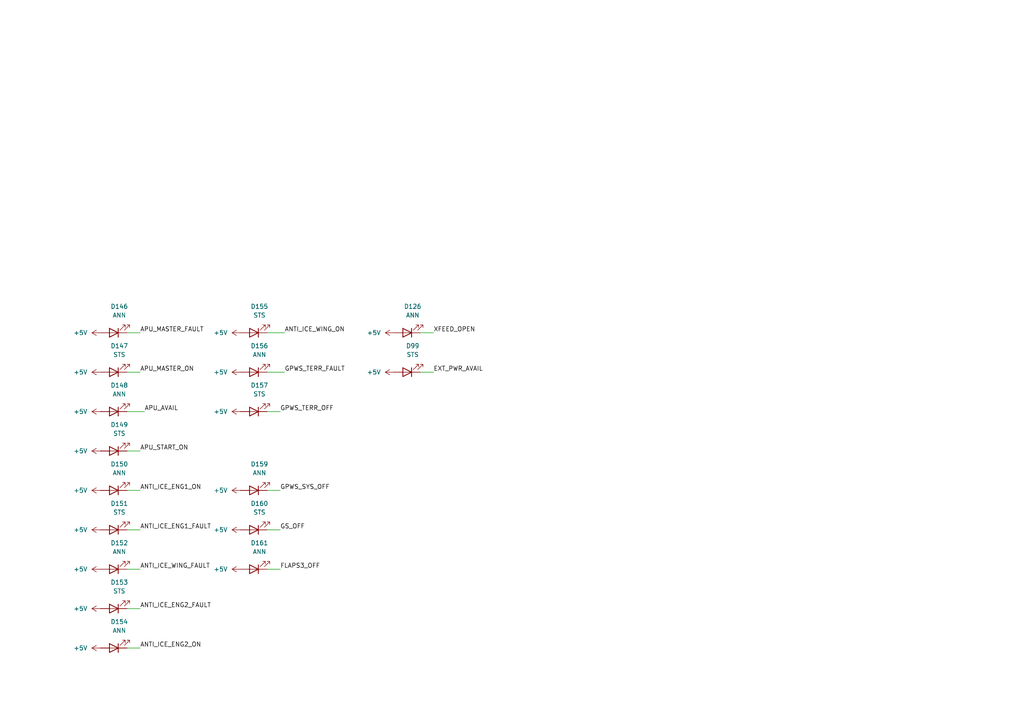
<source format=kicad_sch>
(kicad_sch (version 20231120) (generator "eeschema") (generator_version "8.0")
  (paper "A4")
  (lib_symbols
    (symbol "Device:LED" (pin_numbers hide) (pin_names (offset 1.016) hide)
      (property "Reference" "D" (at 0 2.54 0))
      (property "Value" "LED" (at 0 -2.54 0))
      (symbol "LED_0_1"
        (polyline (pts (xy -1.27 -1.27) (xy -1.27 1.27)) (stroke (width 0.254)))
        (polyline (pts (xy -1.27 0) (xy 1.27 0)))
        (polyline (pts (xy 1.27 -1.27) (xy 1.27 1.27) (xy -1.27 0) (xy 1.27 -1.27)) (stroke (width 0.254)))
        (polyline (pts (xy -3.048 -0.762) (xy -4.572 -2.286) (xy -3.81 -2.286) (xy -4.572 -2.286) (xy -4.572 -1.524)))
        (polyline (pts (xy -1.778 -0.762) (xy -3.302 -2.286) (xy -2.54 -2.286) (xy -3.302 -2.286) (xy -3.302 -1.524)))
      )
      (symbol "LED_1_1"
        (pin passive line (at -3.81 0 0) (length 2.54) (name "K") (number "1"))
        (pin passive line (at 3.81 0 180) (length 2.54) (name "A") (number "2"))
      )
    )
    (symbol "power:+5V" (power) (pin_numbers hide) (pin_names (offset 0) hide)
      (property "Value" "+5V" (at 0 3.556 0))
      (symbol "+5V_0_1"
        (polyline (pts (xy -0.762 1.27) (xy 0 2.54)))
        (polyline (pts (xy 0 0) (xy 0 2.54)))
        (polyline (pts (xy 0 2.54) (xy 0.762 1.27)))
      )
      (symbol "+5V_1_1"
        (pin power_in line (at 0 0 90) (length 0) (name "~") (number "1"))
      )
    )
  )
  (wire (pts (xy 40.64 142.24) (xy 36.83 142.24)))
  (wire (pts (xy 81.28 142.24) (xy 77.47 142.24)))
  (wire (pts (xy 41.91 119.38) (xy 36.83 119.38)))
  (wire (pts (xy 40.64 176.53) (xy 36.83 176.53)))
  (wire (pts (xy 82.55 96.52) (xy 77.47 96.52)))
  (wire (pts (xy 40.64 130.81) (xy 36.83 130.81)))
  (wire (pts (xy 40.64 165.1) (xy 36.83 165.1)))
  (wire (pts (xy 40.64 187.96) (xy 36.83 187.96)))
  (wire (pts (xy 125.73 107.95) (xy 121.92 107.95)))
  (wire (pts (xy 40.64 107.95) (xy 36.83 107.95)))
  (wire (pts (xy 81.28 153.67) (xy 77.47 153.67)))
  (wire (pts (xy 77.47 119.38) (xy 81.28 119.38)))
  (wire (pts (xy 81.28 165.1) (xy 77.47 165.1)))
  (wire (pts (xy 125.73 96.52) (xy 121.92 96.52)))
  (wire (pts (xy 82.55 107.95) (xy 77.47 107.95)))
  (wire (pts (xy 40.64 96.52) (xy 36.83 96.52)))
  (wire (pts (xy 40.64 153.67) (xy 36.83 153.67)))
  (label "GPWS_TERR_OFF" (at 81.28 119.38 0))
  (label "APU_START_ON" (at 40.64 130.81 0))
  (label "ANTI_ICE_ENG2_FAULT" (at 40.64 176.53 0))
  (label "FLAPS3_OFF" (at 81.28 165.1 0))
  (label "ANTI_ICE_ENG1_ON" (at 40.64 142.24 0))
  (label "XFEED_OPEN" (at 125.73 96.52 0))
  (label "GPWS_TERR_FAULT" (at 82.55 107.95 0))
  (label "ANTI_ICE_ENG1_FAULT" (at 40.64 153.67 0))
  (label "GS_OFF" (at 81.28 153.67 0))
  (label "ANTI_ICE_WING_ON" (at 82.55 96.52 0))
  (label "APU_MASTER_ON" (at 40.64 107.95 0))
  (label "APU_AVAIL" (at 41.91 119.38 0))
  (label "EXT_PWR_AVAIL" (at 125.73 107.95 0))
  (label "APU_MASTER_FAULT" (at 40.64 96.52 0))
  (label "ANTI_ICE_ENG2_ON" (at 40.64 187.96 0))
  (label "GPWS_SYS_OFF" (at 81.28 142.24 0))
  (label "ANTI_ICE_WING_FAULT" (at 40.64 165.1 0))
  (symbol (lib_id "Device:LED") (at 33.02 153.67 180) (unit 1)
    (property "Reference" "D151" (at 34.6075 146.05 0))
    (property "Value" "STS" (at 34.6075 148.59 0))
    (property "Footprint" "LED_THT:LED_Rectangular_W3.9mm_H1.8mm_FlatTop" (effects (hide yes)))
    (property "Description" "Light emitting diode" (effects (hide yes)))
  )
  (symbol (lib_id "power:+5V") (at 114.3 96.52 90) (unit 1)
    (property "Reference" "#PWR0163" (effects (hide yes)))
    (property "Value" "+5V" (at 110.49 96.5199 90) (effects (justify left)))
    (property "Description" "Power symbol creates a global label with name \"+5V\"" (effects (hide yes)))
  )
  (symbol (lib_id "power:+5V") (at 29.21 165.1 90) (unit 1)
    (property "Reference" "#PWR0220" (effects (hide yes)))
    (property "Value" "+5V" (at 25.4 165.0999 90) (effects (justify left)))
    (property "Description" "Power symbol creates a global label with name \"+5V\"" (effects (hide yes)))
  )
  (symbol (lib_id "Device:LED") (at 33.02 107.95 180) (unit 1)
    (property "Reference" "D147" (at 34.6075 100.33 0))
    (property "Value" "STS" (at 34.6075 102.87 0))
    (property "Footprint" "LED_THT:LED_Rectangular_W3.9mm_H1.8mm_FlatTop" (effects (hide yes)))
    (property "Description" "Light emitting diode" (effects (hide yes)))
  )
  (symbol (lib_id "Device:LED") (at 33.02 96.52 180) (unit 1)
    (property "Reference" "D146" (at 34.6075 88.9 0))
    (property "Value" "ANN" (at 34.6075 91.44 0))
    (property "Footprint" "LED_THT:LED_Rectangular_W3.9mm_H1.8mm_FlatTop" (effects (hide yes)))
    (property "Description" "Light emitting diode" (effects (hide yes)))
  )
  (symbol (lib_id "Device:LED") (at 73.66 142.24 180) (unit 1)
    (property "Reference" "D159" (at 75.2475 134.62 0))
    (property "Value" "ANN" (at 75.2475 137.16 0))
    (property "Footprint" "LED_THT:LED_Rectangular_W3.9mm_H1.8mm_FlatTop" (effects (hide yes)))
    (property "Description" "Light emitting diode" (effects (hide yes)))
  )
  (symbol (lib_id "power:+5V") (at 29.21 153.67 90) (unit 1)
    (property "Reference" "#PWR0219" (effects (hide yes)))
    (property "Value" "+5V" (at 25.4 153.6699 90) (effects (justify left)))
    (property "Description" "Power symbol creates a global label with name \"+5V\"" (effects (hide yes)))
  )
  (symbol (lib_id "Device:LED") (at 33.02 130.81 180) (unit 1)
    (property "Reference" "D149" (at 34.6075 123.19 0))
    (property "Value" "STS" (at 34.6075 125.73 0))
    (property "Footprint" "LED_THT:LED_Rectangular_W3.9mm_H1.8mm_FlatTop" (effects (hide yes)))
    (property "Description" "Light emitting diode" (effects (hide yes)))
  )
  (symbol (lib_id "power:+5V") (at 69.85 165.1 90) (unit 1)
    (property "Reference" "#PWR0231" (effects (hide yes)))
    (property "Value" "+5V" (at 66.04 165.0999 90) (effects (justify left)))
    (property "Description" "Power symbol creates a global label with name \"+5V\"" (effects (hide yes)))
  )
  (symbol (lib_id "power:+5V") (at 29.21 176.53 90) (unit 1)
    (property "Reference" "#PWR0221" (effects (hide yes)))
    (property "Value" "+5V" (at 25.4 176.5299 90) (effects (justify left)))
    (property "Description" "Power symbol creates a global label with name \"+5V\"" (effects (hide yes)))
  )
  (symbol (lib_id "power:+5V") (at 69.85 119.38 90) (unit 1)
    (property "Reference" "#PWR0227" (effects (hide yes)))
    (property "Value" "+5V" (at 66.04 119.3799 90) (effects (justify left)))
    (property "Description" "Power symbol creates a global label with name \"+5V\"" (effects (hide yes)))
  )
  (symbol (lib_id "power:+5V") (at 69.85 142.24 90) (unit 1)
    (property "Reference" "#PWR0229" (effects (hide yes)))
    (property "Value" "+5V" (at 66.04 142.2399 90) (effects (justify left)))
    (property "Description" "Power symbol creates a global label with name \"+5V\"" (effects (hide yes)))
  )
  (symbol (lib_id "Device:LED") (at 33.02 119.38 180) (unit 1)
    (property "Reference" "D148" (at 34.6075 111.76 0))
    (property "Value" "ANN" (at 34.6075 114.3 0))
    (property "Footprint" "LED_THT:LED_Rectangular_W3.9mm_H1.8mm_FlatTop" (effects (hide yes)))
    (property "Description" "Light emitting diode" (effects (hide yes)))
  )
  (symbol (lib_id "Device:LED") (at 73.66 165.1 180) (unit 1)
    (property "Reference" "D161" (at 75.2475 157.48 0))
    (property "Value" "ANN" (at 75.2475 160.02 0))
    (property "Footprint" "LED_THT:LED_Rectangular_W3.9mm_H1.8mm_FlatTop" (effects (hide yes)))
    (property "Description" "Light emitting diode" (effects (hide yes)))
  )
  (symbol (lib_id "power:+5V") (at 69.85 107.95 90) (unit 1)
    (property "Reference" "#PWR0226" (effects (hide yes)))
    (property "Value" "+5V" (at 66.04 107.9499 90) (effects (justify left)))
    (property "Description" "Power symbol creates a global label with name \"+5V\"" (effects (hide yes)))
  )
  (symbol (lib_id "Device:LED") (at 73.66 153.67 180) (unit 1)
    (property "Reference" "D160" (at 75.2475 146.05 0))
    (property "Value" "STS" (at 75.2475 148.59 0))
    (property "Footprint" "LED_THT:LED_Rectangular_W3.9mm_H1.8mm_FlatTop" (effects (hide yes)))
    (property "Description" "Light emitting diode" (effects (hide yes)))
  )
  (symbol (lib_id "power:+5V") (at 29.21 142.24 90) (unit 1)
    (property "Reference" "#PWR0218" (effects (hide yes)))
    (property "Value" "+5V" (at 25.4 142.2399 90) (effects (justify left)))
    (property "Description" "Power symbol creates a global label with name \"+5V\"" (effects (hide yes)))
  )
  (symbol (lib_id "power:+5V") (at 114.3 107.95 90) (unit 1)
    (property "Reference" "#PWR0126" (effects (hide yes)))
    (property "Value" "+5V" (at 110.49 107.9499 90) (effects (justify left)))
    (property "Description" "Power symbol creates a global label with name \"+5V\"" (effects (hide yes)))
  )
  (symbol (lib_id "Device:LED") (at 33.02 187.96 180) (unit 1)
    (property "Reference" "D154" (at 34.6075 180.34 0))
    (property "Value" "ANN" (at 34.6075 182.88 0))
    (property "Footprint" "LED_THT:LED_Rectangular_W3.9mm_H1.8mm_FlatTop" (effects (hide yes)))
    (property "Description" "Light emitting diode" (effects (hide yes)))
  )
  (symbol (lib_id "Device:LED") (at 73.66 96.52 180) (unit 1)
    (property "Reference" "D155" (at 75.2475 88.9 0))
    (property "Value" "STS" (at 75.2475 91.44 0))
    (property "Footprint" "LED_THT:LED_Rectangular_W3.9mm_H1.8mm_FlatTop" (effects (hide yes)))
    (property "Description" "Light emitting diode" (effects (hide yes)))
  )
  (symbol (lib_id "Device:LED") (at 73.66 119.38 180) (unit 1)
    (property "Reference" "D157" (at 75.2475 111.76 0))
    (property "Value" "STS" (at 75.2475 114.3 0))
    (property "Footprint" "LED_THT:LED_Rectangular_W3.9mm_H1.8mm_FlatTop" (effects (hide yes)))
    (property "Description" "Light emitting diode" (effects (hide yes)))
  )
  (symbol (lib_id "power:+5V") (at 29.21 107.95 90) (unit 1)
    (property "Reference" "#PWR0215" (effects (hide yes)))
    (property "Value" "+5V" (at 25.4 107.9499 90) (effects (justify left)))
    (property "Description" "Power symbol creates a global label with name \"+5V\"" (effects (hide yes)))
  )
  (symbol (lib_id "power:+5V") (at 29.21 96.52 90) (unit 1)
    (property "Reference" "#PWR0214" (effects (hide yes)))
    (property "Value" "+5V" (at 25.4 96.5199 90) (effects (justify left)))
    (property "Description" "Power symbol creates a global label with name \"+5V\"" (effects (hide yes)))
  )
  (symbol (lib_id "Device:LED") (at 33.02 142.24 180) (unit 1)
    (property "Reference" "D150" (at 34.6075 134.62 0))
    (property "Value" "ANN" (at 34.6075 137.16 0))
    (property "Footprint" "LED_THT:LED_Rectangular_W3.9mm_H1.8mm_FlatTop" (effects (hide yes)))
    (property "Description" "Light emitting diode" (effects (hide yes)))
  )
  (symbol (lib_id "Device:LED") (at 33.02 176.53 180) (unit 1)
    (property "Reference" "D153" (at 34.6075 168.91 0))
    (property "Value" "STS" (at 34.6075 171.45 0))
    (property "Footprint" "LED_THT:LED_Rectangular_W3.9mm_H1.8mm_FlatTop" (effects (hide yes)))
    (property "Description" "Light emitting diode" (effects (hide yes)))
  )
  (symbol (lib_id "Device:LED") (at 33.02 165.1 180) (unit 1)
    (property "Reference" "D152" (at 34.6075 157.48 0))
    (property "Value" "ANN" (at 34.6075 160.02 0))
    (property "Footprint" "LED_THT:LED_Rectangular_W3.9mm_H1.8mm_FlatTop" (effects (hide yes)))
    (property "Description" "Light emitting diode" (effects (hide yes)))
  )
  (symbol (lib_id "Device:LED") (at 73.66 107.95 180) (unit 1)
    (property "Reference" "D156" (at 75.2475 100.33 0))
    (property "Value" "ANN" (at 75.2475 102.87 0))
    (property "Footprint" "LED_THT:LED_Rectangular_W3.9mm_H1.8mm_FlatTop" (effects (hide yes)))
    (property "Description" "Light emitting diode" (effects (hide yes)))
  )
  (symbol (lib_id "Device:LED") (at 118.11 96.52 180) (unit 1)
    (property "Reference" "D126" (at 119.6975 88.9 0))
    (property "Value" "ANN" (at 119.6975 91.44 0))
    (property "Footprint" "LED_THT:LED_Rectangular_W3.9mm_H1.8mm_FlatTop" (effects (hide yes)))
    (property "Description" "Light emitting diode" (effects (hide yes)))
  )
  (symbol (lib_id "power:+5V") (at 69.85 96.52 90) (unit 1)
    (property "Reference" "#PWR0225" (effects (hide yes)))
    (property "Value" "+5V" (at 66.04 96.5199 90) (effects (justify left)))
    (property "Description" "Power symbol creates a global label with name \"+5V\"" (effects (hide yes)))
  )
  (symbol (lib_id "power:+5V") (at 29.21 187.96 90) (unit 1)
    (property "Reference" "#PWR0222" (effects (hide yes)))
    (property "Value" "+5V" (at 25.4 187.9599 90) (effects (justify left)))
    (property "Description" "Power symbol creates a global label with name \"+5V\"" (effects (hide yes)))
  )
  (symbol (lib_id "Device:LED") (at 118.11 107.95 180) (unit 1)
    (property "Reference" "D99" (at 119.6975 100.33 0))
    (property "Value" "STS" (at 119.6975 102.87 0))
    (property "Footprint" "LED_THT:LED_Rectangular_W3.9mm_H1.8mm_FlatTop" (effects (hide yes)))
    (property "Description" "Light emitting diode" (effects (hide yes)))
  )
  (symbol (lib_id "power:+5V") (at 29.21 130.81 90) (unit 1)
    (property "Reference" "#PWR0217" (effects (hide yes)))
    (property "Value" "+5V" (at 25.4 130.8099 90) (effects (justify left)))
    (property "Description" "Power symbol creates a global label with name \"+5V\"" (effects (hide yes)))
  )
  (symbol (lib_id "power:+5V") (at 29.21 119.38 90) (unit 1)
    (property "Reference" "#PWR0216" (effects (hide yes)))
    (property "Value" "+5V" (at 25.4 119.3799 90) (effects (justify left)))
    (property "Description" "Power symbol creates a global label with name \"+5V\"" (effects (hide yes)))
  )
  (symbol (lib_id "power:+5V") (at 69.85 153.67 90) (unit 1)
    (property "Reference" "#PWR0230" (effects (hide yes)))
    (property "Value" "+5V" (at 66.04 153.6699 90) (effects (justify left)))
    (property "Description" "Power symbol creates a global label with name \"+5V\"" (effects (hide yes)))
  )
)
</source>
